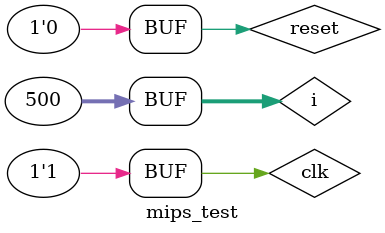
<source format=v>
module mips_test;
    reg clk;
    reg reset;

    mips Mips (
        .clk(clk), 
        .reset(reset)
    );

    integer i;
    
    initial begin
        $dumpfile("mips_test.vcd");
        $dumpvars(0,mips_test);

        for (i = 0; i < 8; i = i + 1)
        $dumpvars(0,mips_test.Mips.Decode_Stage.Register_File.r_registers[i]);

        for (i = 0; i < 1024; i = i + 1)
        $dumpvars(0,mips_test.Mips.Memory_Stage.Data_Memory.memory[i]);

        clk = 0;
        reset = 1;
        #10
        clk = 1;
        reset = 0;
        for (i = 0; i < 500; i = i + 1)
            #10 clk = ~clk;    
    end
           
endmodule
</source>
